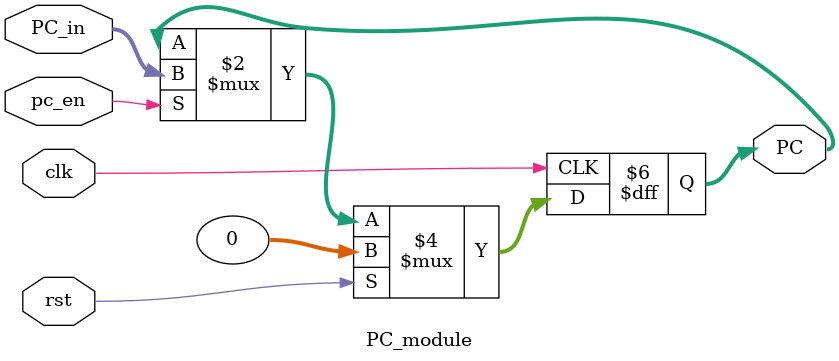
<source format=v>
`timescale 1ns / 1ps


module PC_module(PC_in,pc_en,PC,clk,rst);
    input wire [31:0]PC_in;
    input clk,rst,pc_en;
    output  reg [31:0]PC;

    always @(posedge clk) begin 
        if(rst) begin
             PC<= 0;
        end else  begin
             PC<=(pc_en)?PC_in:PC ;
        end
    end
endmodule

</source>
